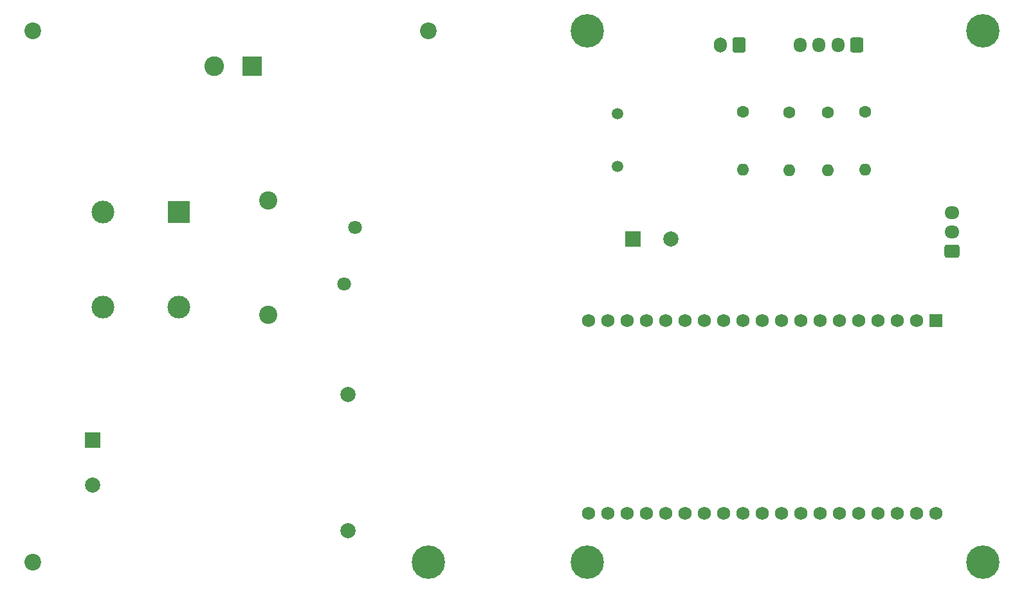
<source format=gbr>
%TF.GenerationSoftware,KiCad,Pcbnew,7.0.9*%
%TF.CreationDate,2024-01-01T16:53:49+07:00*%
%TF.ProjectId,Waterbox 2.1,57617465-7262-46f7-9820-322e312e6b69,rev?*%
%TF.SameCoordinates,Original*%
%TF.FileFunction,Soldermask,Top*%
%TF.FilePolarity,Negative*%
%FSLAX46Y46*%
G04 Gerber Fmt 4.6, Leading zero omitted, Abs format (unit mm)*
G04 Created by KiCad (PCBNEW 7.0.9) date 2024-01-01 16:53:49*
%MOMM*%
%LPD*%
G01*
G04 APERTURE LIST*
G04 Aperture macros list*
%AMRoundRect*
0 Rectangle with rounded corners*
0 $1 Rounding radius*
0 $2 $3 $4 $5 $6 $7 $8 $9 X,Y pos of 4 corners*
0 Add a 4 corners polygon primitive as box body*
4,1,4,$2,$3,$4,$5,$6,$7,$8,$9,$2,$3,0*
0 Add four circle primitives for the rounded corners*
1,1,$1+$1,$2,$3*
1,1,$1+$1,$4,$5*
1,1,$1+$1,$6,$7*
1,1,$1+$1,$8,$9*
0 Add four rect primitives between the rounded corners*
20,1,$1+$1,$2,$3,$4,$5,0*
20,1,$1+$1,$4,$5,$6,$7,0*
20,1,$1+$1,$6,$7,$8,$9,0*
20,1,$1+$1,$8,$9,$2,$3,0*%
G04 Aperture macros list end*
%ADD10C,1.600000*%
%ADD11O,1.600000X1.600000*%
%ADD12RoundRect,0.250000X0.600000X0.725000X-0.600000X0.725000X-0.600000X-0.725000X0.600000X-0.725000X0*%
%ADD13O,1.700000X1.950000*%
%ADD14RoundRect,0.250000X0.725000X-0.600000X0.725000X0.600000X-0.725000X0.600000X-0.725000X-0.600000X0*%
%ADD15O,1.950000X1.700000*%
%ADD16C,1.500000*%
%ADD17C,0.700000*%
%ADD18C,4.400000*%
%ADD19R,2.000000X2.000000*%
%ADD20C,2.000000*%
%ADD21C,1.800000*%
%ADD22RoundRect,0.102000X-0.765000X0.765000X-0.765000X-0.765000X0.765000X-0.765000X0.765000X0.765000X0*%
%ADD23C,1.734000*%
%ADD24R,2.600000X2.600000*%
%ADD25C,2.600000*%
%ADD26C,2.200000*%
%ADD27R,3.000000X3.000000*%
%ADD28C,3.000000*%
%ADD29RoundRect,0.250000X0.600000X0.750000X-0.600000X0.750000X-0.600000X-0.750000X0.600000X-0.750000X0*%
%ADD30O,1.700000X2.000000*%
%ADD31C,2.400000*%
G04 APERTURE END LIST*
D10*
%TO.C,R4*%
X156500000Y-67790000D03*
D11*
X156500000Y-75410000D03*
%TD*%
D12*
%TO.C,LED2*%
X171500000Y-59000000D03*
D13*
X169000000Y-59000000D03*
X166500000Y-59000000D03*
X164000000Y-59000000D03*
%TD*%
D14*
%TO.C,SENSOR*%
X184023000Y-86106000D03*
D15*
X184023000Y-83606000D03*
X184023000Y-81106000D03*
%TD*%
D16*
%TO.C,GND*%
X140000000Y-68000000D03*
%TD*%
D17*
%TO.C,H7*%
X134337000Y-127127000D03*
X134820274Y-125960274D03*
X134820274Y-128293726D03*
X135987000Y-125477000D03*
D18*
X135987000Y-127127000D03*
D17*
X135987000Y-128777000D03*
X137153726Y-125960274D03*
X137153726Y-128293726D03*
X137637000Y-127127000D03*
%TD*%
D19*
%TO.C,PS1*%
X70900000Y-111000000D03*
D20*
X70900000Y-117000000D03*
X104500000Y-105000000D03*
X104500000Y-123000000D03*
%TD*%
D16*
%TO.C,5V*%
X140000000Y-75000000D03*
%TD*%
D21*
%TO.C,RV1*%
X105400000Y-83000000D03*
X104000000Y-90500000D03*
%TD*%
D17*
%TO.C,H5*%
X134337000Y-57071000D03*
X134820274Y-55904274D03*
X134820274Y-58237726D03*
X135987000Y-55421000D03*
D18*
X135987000Y-57071000D03*
D17*
X135987000Y-58721000D03*
X137153726Y-55904274D03*
X137153726Y-58237726D03*
X137637000Y-57071000D03*
%TD*%
D22*
%TO.C,ESP32-DEVKITC-32U*%
X181850000Y-95300000D03*
D23*
X179310000Y-95300000D03*
X176770000Y-95300000D03*
X174230000Y-95300000D03*
X171690000Y-95300000D03*
X169150000Y-95300000D03*
X166610000Y-95300000D03*
X164070000Y-95300000D03*
X161530000Y-95300000D03*
X158990000Y-95300000D03*
X156450000Y-95300000D03*
X153910000Y-95300000D03*
X151370000Y-95300000D03*
X148830000Y-95300000D03*
X146290000Y-95300000D03*
X143750000Y-95300000D03*
X141210000Y-95300000D03*
X138670000Y-95300000D03*
X136130000Y-95300000D03*
X136130000Y-120700000D03*
X138670000Y-120700000D03*
X141210000Y-120700000D03*
X143750000Y-120700000D03*
X146290000Y-120700000D03*
X148830000Y-120700000D03*
X151370000Y-120700000D03*
X153910000Y-120700000D03*
X156450000Y-120700000D03*
X158990000Y-120700000D03*
X161530000Y-120700000D03*
X164070000Y-120700000D03*
X166610000Y-120700000D03*
X169150000Y-120700000D03*
X171690000Y-120700000D03*
X174230000Y-120700000D03*
X176770000Y-120700000D03*
X179310000Y-120700000D03*
X181850000Y-120700000D03*
%TD*%
D24*
%TO.C,VAC_IN*%
X91857500Y-61750000D03*
D25*
X86857500Y-61750000D03*
%TD*%
D26*
%TO.C,H1*%
X62994000Y-57071000D03*
%TD*%
D17*
%TO.C,H4*%
X113444000Y-127127000D03*
X113927274Y-125960274D03*
X113927274Y-128293726D03*
X115094000Y-125477000D03*
D18*
X115094000Y-127127000D03*
D17*
X115094000Y-128777000D03*
X116260726Y-125960274D03*
X116260726Y-128293726D03*
X116744000Y-127127000D03*
%TD*%
%TO.C,H6*%
X186437000Y-57071000D03*
X186920274Y-55904274D03*
X186920274Y-58237726D03*
X188087000Y-55421000D03*
D18*
X188087000Y-57071000D03*
D17*
X188087000Y-58721000D03*
X189253726Y-55904274D03*
X189253726Y-58237726D03*
X189737000Y-57071000D03*
%TD*%
D19*
%TO.C,C2*%
X142000000Y-84500000D03*
D20*
X147000000Y-84500000D03*
%TD*%
D26*
%TO.C,H2*%
X115094000Y-57071000D03*
%TD*%
D27*
%TO.C,FL1*%
X82250000Y-80950000D03*
D28*
X72250000Y-80950000D03*
X72250000Y-93550000D03*
X82250000Y-93550000D03*
%TD*%
D10*
%TO.C,R2*%
X167640000Y-67818000D03*
D11*
X167640000Y-75438000D03*
%TD*%
D29*
%TO.C,LED1*%
X156000000Y-59000000D03*
D30*
X153500000Y-59000000D03*
%TD*%
D31*
%TO.C,C1*%
X94000000Y-79500000D03*
X94000000Y-94500000D03*
%TD*%
D10*
%TO.C,R3*%
X162560000Y-67818000D03*
D11*
X162560000Y-75438000D03*
%TD*%
D26*
%TO.C,H3*%
X62994000Y-127127000D03*
%TD*%
D17*
%TO.C,H8*%
X186437000Y-127127000D03*
X186920274Y-125960274D03*
X186920274Y-128293726D03*
X188087000Y-125477000D03*
D18*
X188087000Y-127127000D03*
D17*
X188087000Y-128777000D03*
X189253726Y-125960274D03*
X189253726Y-128293726D03*
X189737000Y-127127000D03*
%TD*%
D10*
%TO.C,R1*%
X172600000Y-67790000D03*
D11*
X172600000Y-75410000D03*
%TD*%
M02*

</source>
